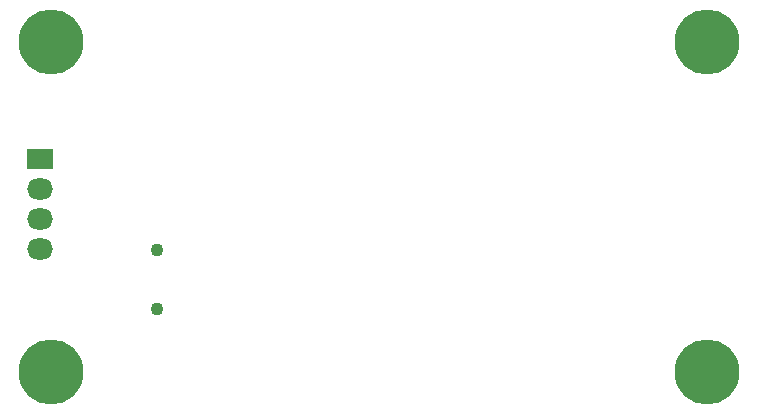
<source format=gbs>
G04*
G04 #@! TF.GenerationSoftware,Altium Limited,Altium Designer,22.2.1 (43)*
G04*
G04 Layer_Color=16711935*
%FSLAX25Y25*%
%MOIN*%
G70*
G04*
G04 #@! TF.SameCoordinates,E15721E2-6A2B-4D62-837A-8D353DC3B16A*
G04*
G04*
G04 #@! TF.FilePolarity,Negative*
G04*
G01*
G75*
%ADD47R,0.08661X0.07087*%
%ADD48O,0.08661X0.07087*%
%ADD49C,0.04331*%
%ADD50C,0.21654*%
D47*
X-3543Y70787D02*
D03*
D48*
Y60787D02*
D03*
Y50787D02*
D03*
Y40787D02*
D03*
D49*
X35433Y40551D02*
D03*
Y20866D02*
D03*
D50*
X0Y0D02*
D03*
Y109843D02*
D03*
X218898Y0D02*
D03*
X218898Y109843D02*
D03*
M02*

</source>
